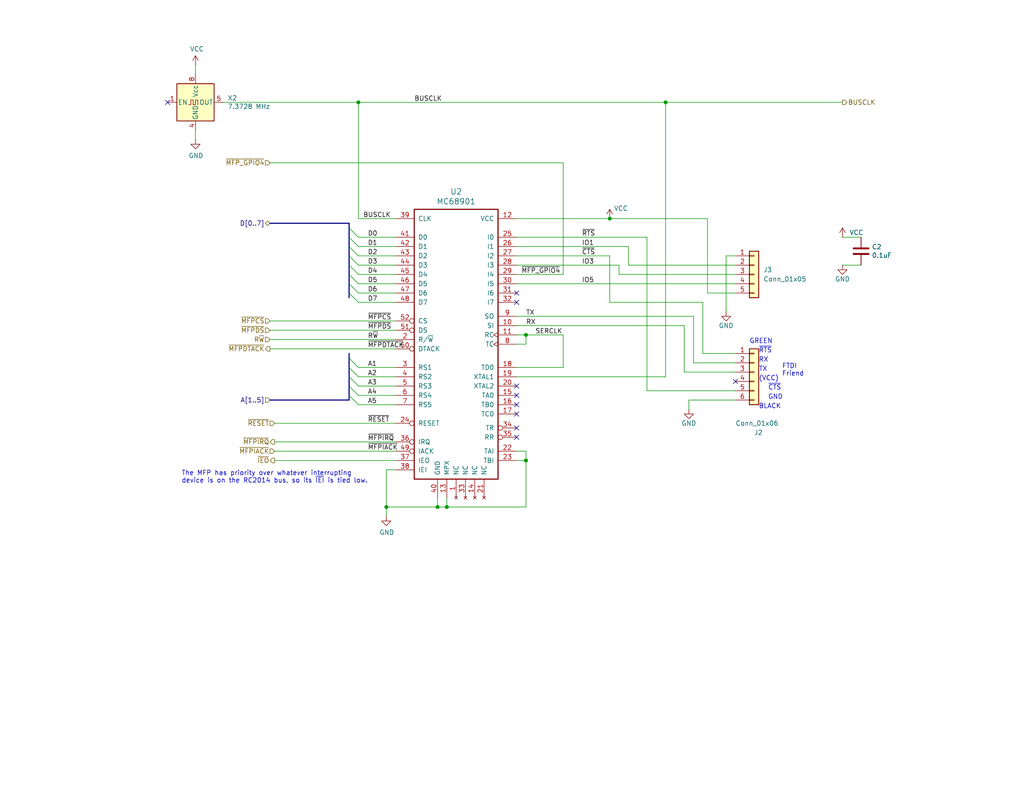
<source format=kicad_sch>
(kicad_sch (version 20231120) (generator "eeschema") (generator_version "8.0")
  (paper "A")
  (title_block (title "BITSY Mark I - An MC68000 Single Board Computer") (date "2025-06-12") (rev "V1B") (comment 1 "Licensed under CC-BY-SA-NC 4.0.") (comment 2 "https://github.com/codesmythe/BITSY_MK_I") (comment 3 "© 2025 Rob Gowin") (comment 4 "BITSY Mark I is a single board computer based around an MC68000 CPU."))
  (lib_symbols
    (symbol "Connector_Generic:Conn_01x05" (pin_names (offset 1.016) hide)
      (property "Reference" "J" (at 0 7.62 0))
      (property "Value" "Conn_01x05" (at 0 -7.62 0))
      (symbol "Conn_01x05_1_1"
        (rectangle (start -1.27 -4.953) (end 0 -5.207) (stroke (width 0.1524)))
        (rectangle (start -1.27 -2.413) (end 0 -2.667) (stroke (width 0.1524)))
        (rectangle (start -1.27 0.127) (end 0 -0.127) (stroke (width 0.1524)))
        (rectangle (start -1.27 2.667) (end 0 2.413) (stroke (width 0.1524)))
        (rectangle (start -1.27 5.207) (end 0 4.953) (stroke (width 0.1524)))
        (rectangle (start -1.27 6.35) (end 1.27 -6.35) (stroke (width 0.254)) (fill (type background)))
        (pin passive line (at -5.08 5.08 0) (length 3.81) (name "Pin_1") (number "1"))
        (pin passive line (at -5.08 2.54 0) (length 3.81) (name "Pin_2") (number "2"))
        (pin passive line (at -5.08 0 0) (length 3.81) (name "Pin_3") (number "3"))
        (pin passive line (at -5.08 -2.54 0) (length 3.81) (name "Pin_4") (number "4"))
        (pin passive line (at -5.08 -5.08 0) (length 3.81) (name "Pin_5") (number "5"))
      )
    )
    (symbol "Connector_Generic:Conn_01x06" (pin_names (offset 1.016) hide)
      (property "Reference" "J" (at 0 7.62 0))
      (property "Value" "Conn_01x06" (at 0 -10.16 0))
      (symbol "Conn_01x06_1_1"
        (rectangle (start -1.27 -7.493) (end 0 -7.747) (stroke (width 0.1524)))
        (rectangle (start -1.27 -4.953) (end 0 -5.207) (stroke (width 0.1524)))
        (rectangle (start -1.27 -2.413) (end 0 -2.667) (stroke (width 0.1524)))
        (rectangle (start -1.27 0.127) (end 0 -0.127) (stroke (width 0.1524)))
        (rectangle (start -1.27 2.667) (end 0 2.413) (stroke (width 0.1524)))
        (rectangle (start -1.27 5.207) (end 0 4.953) (stroke (width 0.1524)))
        (rectangle (start -1.27 6.35) (end 1.27 -8.89) (stroke (width 0.254)) (fill (type background)))
        (pin passive line (at -5.08 5.08 0) (length 3.81) (name "Pin_1") (number "1"))
        (pin passive line (at -5.08 2.54 0) (length 3.81) (name "Pin_2") (number "2"))
        (pin passive line (at -5.08 0 0) (length 3.81) (name "Pin_3") (number "3"))
        (pin passive line (at -5.08 -2.54 0) (length 3.81) (name "Pin_4") (number "4"))
        (pin passive line (at -5.08 -5.08 0) (length 3.81) (name "Pin_5") (number "5"))
        (pin passive line (at -5.08 -7.62 0) (length 3.81) (name "Pin_6") (number "6"))
      )
    )
    (symbol "Device:C" (pin_numbers hide) (pin_names (offset 0.254))
      (property "Reference" "C" (at 0.635 2.54 0))
      (property "Value" "C" (at 0.635 -2.54 0))
      (symbol "C_0_1"
        (polyline (pts (xy -2.032 -0.762) (xy 2.032 -0.762)) (stroke (width 0.508)))
        (polyline (pts (xy -2.032 0.762) (xy 2.032 0.762)) (stroke (width 0.508)))
      )
      (symbol "C_1_1"
        (pin passive line (at 0 3.81 270) (length 2.794) (name "~") (number "1"))
        (pin passive line (at 0 -3.81 90) (length 2.794) (name "~") (number "2"))
      )
    )
    (symbol "MC68901FN:MC68901" (pin_names (offset 1.016))
      (property "Reference" "U" (at -13.97 36.83 0))
      (property "Value" "MC68901" (at 5.08 3.81 0))
      (symbol "MC68901_1_1"
        (rectangle (start -11.43 35.56) (end 11.43 -38.1) (stroke (width 0.3048)))
        (pin no_connect line (at 0 -43.18 90) (length 5.08) (name "NC") (number "1"))
        (pin input line (at 16.51 3.81 180) (length 5.08) (name "SI") (number "10"))
        (pin input clock (at 16.51 1.27 180) (length 5.08) (name "RC") (number "11"))
        (pin power_in line (at 16.51 33.02 180) (length 5.08) (name "VCC") (number "12"))
        (pin input line (at -2.54 -43.18 90) (length 5.08) (name "MPX") (number "13"))
        (pin no_connect line (at 5.08 -43.18 90) (length 5.08) (name "NC") (number "14"))
        (pin output line (at 16.51 -15.24 180) (length 5.08) (name "TA0") (number "15"))
        (pin output line (at 16.51 -17.78 180) (length 5.08) (name "TB0") (number "16"))
        (pin output line (at 16.51 -20.32 180) (length 5.08) (name "TC0") (number "17"))
        (pin output line (at 16.51 -7.62 180) (length 5.08) (name "TD0") (number "18"))
        (pin input line (at 16.51 -10.16 180) (length 5.08) (name "XTAL1") (number "19"))
        (pin input line (at -16.51 0 0) (length 5.08) (name "R/~{W}") (number "2"))
        (pin input line (at 16.51 -12.7 180) (length 5.08) (name "XTAL2") (number "20"))
        (pin no_connect line (at 7.62 -43.18 90) (length 5.08) (name "NC") (number "21"))
        (pin input line (at 16.51 -30.48 180) (length 5.08) (name "TAI") (number "22"))
        (pin input line (at 16.51 -33.02 180) (length 5.08) (name "TBI") (number "23"))
        (pin input inverted (at -16.51 -22.86 0) (length 5.08) (name "RESET") (number "24"))
        (pin tri_state line (at 16.51 27.94 180) (length 5.08) (name "I0") (number "25"))
        (pin tri_state line (at 16.51 25.4 180) (length 5.08) (name "I1") (number "26"))
        (pin tri_state line (at 16.51 22.86 180) (length 5.08) (name "I2") (number "27"))
        (pin tri_state line (at 16.51 20.32 180) (length 5.08) (name "I3") (number "28"))
        (pin tri_state line (at 16.51 17.78 180) (length 5.08) (name "I4") (number "29"))
        (pin input line (at -16.51 -7.62 0) (length 5.08) (name "RS1") (number "3"))
        (pin tri_state line (at 16.51 15.24 180) (length 5.08) (name "I5") (number "30"))
        (pin tri_state line (at 16.51 12.7 180) (length 5.08) (name "I6") (number "31"))
        (pin tri_state line (at 16.51 10.16 180) (length 5.08) (name "I7") (number "32"))
        (pin no_connect line (at 2.54 -43.18 90) (length 5.08) (name "NC") (number "33"))
        (pin output inverted (at 16.51 -24.13 180) (length 5.08) (name "TR") (number "34"))
        (pin output inverted (at 16.51 -26.67 180) (length 5.08) (name "RR") (number "35"))
        (pin open_collector inverted (at -16.51 -27.94 0) (length 5.08) (name "IRQ") (number "36"))
        (pin output line (at -16.51 -33.02 0) (length 5.08) (name "IEO") (number "37"))
        (pin input line (at -16.51 -35.56 0) (length 5.08) (name "IEI") (number "38"))
        (pin input line (at -16.51 33.02 0) (length 5.08) (name "CLK") (number "39"))
        (pin input line (at -16.51 -10.16 0) (length 5.08) (name "RS2") (number "4"))
        (pin power_in line (at -5.08 -43.18 90) (length 5.08) (name "GND") (number "40"))
        (pin tri_state line (at -16.51 27.94 0) (length 5.08) (name "D0") (number "41"))
        (pin tri_state line (at -16.51 25.4 0) (length 5.08) (name "D1") (number "42"))
        (pin tri_state line (at -16.51 22.86 0) (length 5.08) (name "D2") (number "43"))
        (pin tri_state line (at -16.51 20.32 0) (length 5.08) (name "D3") (number "44"))
        (pin tri_state line (at -16.51 17.78 0) (length 5.08) (name "D4") (number "45"))
        (pin tri_state line (at -16.51 15.24 0) (length 5.08) (name "D5") (number "46"))
        (pin tri_state line (at -16.51 12.7 0) (length 5.08) (name "D6") (number "47"))
        (pin tri_state line (at -16.51 10.16 0) (length 5.08) (name "D7") (number "48"))
        (pin input inverted (at -16.51 -30.48 0) (length 5.08) (name "IACK") (number "49"))
        (pin input line (at -16.51 -12.7 0) (length 5.08) (name "RS3") (number "5"))
        (pin tri_state inverted (at -16.51 -2.54 0) (length 5.08) (name "DTACK") (number "50"))
        (pin input inverted (at -16.51 2.54 0) (length 5.08) (name "DS") (number "51"))
        (pin input inverted (at -16.51 5.08 0) (length 5.08) (name "CS") (number "52"))
        (pin input line (at -16.51 -15.24 0) (length 5.08) (name "RS4") (number "6"))
        (pin input line (at -16.51 -17.78 0) (length 5.08) (name "RS5") (number "7"))
        (pin input clock (at 16.51 -1.27 180) (length 5.08) (name "TC") (number "8"))
        (pin output line (at 16.51 6.35 180) (length 5.08) (name "SO") (number "9"))
      )
    )
    (symbol "Oscillator:CXO_DIP8" (pin_names (offset 0.254))
      (property "Reference" "Y" (at -5.08 6.35 0))
      (property "Value" "CXO_DIP8" (at 1.27 -6.35 0))
      (symbol "CXO_DIP8_0_1"
        (rectangle (start -5.08 5.08) (end 5.08 -5.08) (stroke (width 0.254)) (fill (type background)))
        (polyline (pts (xy -1.905 -0.635) (xy -1.27 -0.635) (xy -1.27 0.635) (xy -0.635 0.635) (xy -0.635 -0.635) (xy 0 -0.635) (xy 0 0.635) (xy 0.635 0.635) (xy 0.635 -0.635)))
      )
      (symbol "CXO_DIP8_1_1"
        (pin input line (at -7.62 0 0) (length 2.54) (name "EN") (number "1"))
        (pin power_in line (at 0 -7.62 90) (length 2.54) (name "GND") (number "4"))
        (pin output line (at 7.62 0 180) (length 2.54) (name "OUT") (number "5"))
        (pin power_in line (at 0 7.62 270) (length 2.54) (name "Vcc") (number "8"))
      )
    )
    (symbol "power:GND" (power) (pin_numbers hide) (pin_names (offset 0) hide)
      (property "Value" "GND" (at 0 -3.81 0))
      (symbol "GND_0_1"
        (polyline (pts (xy 0 0) (xy 0 -1.27) (xy 1.27 -1.27) (xy 0 -2.54) (xy -1.27 -1.27) (xy 0 -1.27)))
      )
      (symbol "GND_1_1"
        (pin power_in line (at 0 0 270) (length 0) (name "~") (number "1"))
      )
    )
    (symbol "power:VCC" (power) (pin_numbers hide) (pin_names (offset 0) hide)
      (property "Value" "VCC" (at 0 3.556 0))
      (symbol "VCC_0_1"
        (polyline (pts (xy -0.762 1.27) (xy 0 2.54)))
        (polyline (pts (xy 0 0) (xy 0 2.54)))
        (polyline (pts (xy 0 2.54) (xy 0.762 1.27)))
      )
      (symbol "VCC_1_1"
        (pin power_in line (at 0 0 90) (length 0) (name "~") (number "1"))
      )
    )
  )
  (junction (at 121.92 138.43))
  (junction (at 166.37 59.69))
  (junction (at 181.61 27.94))
  (junction (at 119.38 138.43))
  (junction (at 97.79 27.94))
  (junction (at 105.41 138.43))
  (junction (at 143.51 125.73))
  (junction (at 143.51 91.44))
  (no_connect (at 140.97 119.38))
  (no_connect (at 140.97 113.03))
  (no_connect (at 140.97 80.01))
  (no_connect (at 140.97 110.49))
  (no_connect (at 140.97 107.95))
  (no_connect (at 200.66 104.14))
  (no_connect (at 45.72 27.94))
  (no_connect (at 140.97 116.84))
  (no_connect (at 140.97 105.41))
  (no_connect (at 140.97 82.55))
  (bus_entry (at 95.25 77.47) (size 2.54 2.54))
  (bus_entry (at 95.25 97.79) (size 2.54 2.54))
  (bus_entry (at 95.25 105.41) (size 2.54 2.54))
  (bus_entry (at 95.25 80.01) (size 2.54 2.54))
  (bus_entry (at 95.25 107.95) (size 2.54 2.54))
  (bus_entry (at 95.25 64.77) (size 2.54 2.54))
  (bus_entry (at 95.25 102.87) (size 2.54 2.54))
  (bus_entry (at 95.25 69.85) (size 2.54 2.54))
  (bus_entry (at 95.25 67.31) (size 2.54 2.54))
  (bus_entry (at 95.25 72.39) (size 2.54 2.54))
  (bus_entry (at 95.25 74.93) (size 2.54 2.54))
  (bus_entry (at 95.25 100.33) (size 2.54 2.54))
  (bus_entry (at 95.25 62.23) (size 2.54 2.54))
  (wire (pts (xy 74.93 120.65) (xy 107.95 120.65)))
  (wire (pts (xy 97.79 27.94) (xy 181.61 27.94)))
  (wire (pts (xy 105.41 138.43) (xy 105.41 140.97)))
  (wire (pts (xy 193.04 59.69) (xy 193.04 80.01)))
  (wire (pts (xy 107.95 125.73) (xy 74.93 125.73)))
  (bus (pts (xy 95.25 72.39) (xy 95.25 74.93)))
  (wire (pts (xy 97.79 27.94) (xy 97.79 59.69)))
  (wire (pts (xy 107.95 100.33) (xy 97.79 100.33)))
  (wire (pts (xy 140.97 67.31) (xy 171.45 67.31)))
  (wire (pts (xy 171.45 72.39) (xy 200.66 72.39)))
  (wire (pts (xy 140.97 69.85) (xy 166.37 69.85)))
  (wire (pts (xy 97.79 110.49) (xy 107.95 110.49)))
  (bus (pts (xy 95.25 69.85) (xy 95.25 72.39)))
  (bus (pts (xy 95.25 105.41) (xy 95.25 107.95)))
  (wire (pts (xy 143.51 91.44) (xy 153.67 91.44)))
  (bus (pts (xy 95.25 64.77) (xy 95.25 67.31)))
  (wire (pts (xy 107.95 80.01) (xy 97.79 80.01)))
  (wire (pts (xy 140.97 125.73) (xy 143.51 125.73)))
  (wire (pts (xy 153.67 44.45) (xy 153.67 74.93)))
  (wire (pts (xy 140.97 123.19) (xy 143.51 123.19)))
  (wire (pts (xy 186.69 88.9) (xy 186.69 101.6)))
  (wire (pts (xy 229.87 72.39) (xy 234.95 72.39)))
  (wire (pts (xy 143.51 138.43) (xy 121.92 138.43)))
  (wire (pts (xy 168.91 72.39) (xy 168.91 74.93)))
  (wire (pts (xy 60.96 27.94) (xy 97.79 27.94)))
  (wire (pts (xy 140.97 93.98) (xy 143.51 93.98)))
  (wire (pts (xy 119.38 138.43) (xy 105.41 138.43)))
  (wire (pts (xy 153.67 91.44) (xy 153.67 100.33)))
  (wire (pts (xy 198.12 85.09) (xy 198.12 69.85)))
  (wire (pts (xy 181.61 27.94) (xy 181.61 102.87)))
  (wire (pts (xy 97.79 107.95) (xy 107.95 107.95)))
  (wire (pts (xy 143.51 93.98) (xy 143.51 91.44)))
  (wire (pts (xy 198.12 69.85) (xy 200.66 69.85)))
  (bus (pts (xy 95.25 74.93) (xy 95.25 77.47)))
  (wire (pts (xy 229.87 64.77) (xy 234.95 64.77)))
  (wire (pts (xy 107.95 74.93) (xy 97.79 74.93)))
  (wire (pts (xy 140.97 88.9) (xy 186.69 88.9)))
  (wire (pts (xy 140.97 74.93) (xy 153.67 74.93)))
  (wire (pts (xy 97.79 102.87) (xy 107.95 102.87)))
  (wire (pts (xy 187.96 109.22) (xy 200.66 109.22)))
  (bus (pts (xy 95.25 60.96) (xy 73.66 60.96)))
  (bus (pts (xy 95.25 107.95) (xy 95.25 109.22)))
  (wire (pts (xy 176.53 106.68) (xy 200.66 106.68)))
  (wire (pts (xy 140.97 102.87) (xy 181.61 102.87)))
  (bus (pts (xy 95.25 97.79) (xy 95.25 100.33)))
  (wire (pts (xy 53.34 17.78) (xy 53.34 20.32)))
  (wire (pts (xy 143.51 125.73) (xy 143.51 138.43)))
  (wire (pts (xy 186.69 101.6) (xy 200.66 101.6)))
  (wire (pts (xy 73.66 90.17) (xy 107.95 90.17)))
  (wire (pts (xy 107.95 69.85) (xy 97.79 69.85)))
  (wire (pts (xy 140.97 100.33) (xy 153.67 100.33)))
  (wire (pts (xy 140.97 77.47) (xy 200.66 77.47)))
  (wire (pts (xy 181.61 27.94) (xy 229.87 27.94)))
  (wire (pts (xy 143.51 123.19) (xy 143.51 125.73)))
  (wire (pts (xy 189.23 99.06) (xy 200.66 99.06)))
  (bus (pts (xy 95.25 67.31) (xy 95.25 69.85)))
  (bus (pts (xy 95.25 60.96) (xy 95.25 62.23)))
  (wire (pts (xy 107.95 128.27) (xy 105.41 128.27)))
  (wire (pts (xy 140.97 59.69) (xy 166.37 59.69)))
  (wire (pts (xy 107.95 105.41) (xy 97.79 105.41)))
  (wire (pts (xy 119.38 135.89) (xy 119.38 138.43)))
  (wire (pts (xy 191.77 96.52) (xy 200.66 96.52)))
  (wire (pts (xy 193.04 80.01) (xy 200.66 80.01)))
  (wire (pts (xy 140.97 64.77) (xy 176.53 64.77)))
  (wire (pts (xy 107.95 67.31) (xy 97.79 67.31)))
  (wire (pts (xy 74.93 123.19) (xy 107.95 123.19)))
  (wire (pts (xy 176.53 64.77) (xy 176.53 106.68)))
  (wire (pts (xy 187.96 109.22) (xy 187.96 111.76)))
  (wire (pts (xy 140.97 91.44) (xy 143.51 91.44)))
  (wire (pts (xy 189.23 86.36) (xy 189.23 99.06)))
  (bus (pts (xy 95.25 62.23) (xy 95.25 64.77)))
  (wire (pts (xy 171.45 67.31) (xy 171.45 72.39)))
  (bus (pts (xy 95.25 102.87) (xy 95.25 105.41)))
  (bus (pts (xy 95.25 77.47) (xy 95.25 80.01)))
  (wire (pts (xy 140.97 72.39) (xy 168.91 72.39)))
  (wire (pts (xy 73.66 87.63) (xy 107.95 87.63)))
  (wire (pts (xy 73.66 92.71) (xy 107.95 92.71)))
  (wire (pts (xy 107.95 72.39) (xy 97.79 72.39)))
  (bus (pts (xy 95.25 100.33) (xy 95.25 102.87)))
  (wire (pts (xy 121.92 138.43) (xy 119.38 138.43)))
  (wire (pts (xy 73.66 95.25) (xy 107.95 95.25)))
  (wire (pts (xy 140.97 86.36) (xy 189.23 86.36)))
  (wire (pts (xy 107.95 64.77) (xy 97.79 64.77)))
  (wire (pts (xy 107.95 77.47) (xy 97.79 77.47)))
  (wire (pts (xy 53.34 35.56) (xy 53.34 38.1)))
  (wire (pts (xy 166.37 69.85) (xy 166.37 82.55)))
  (wire (pts (xy 97.79 59.69) (xy 107.95 59.69)))
  (wire (pts (xy 74.93 115.57) (xy 107.95 115.57)))
  (wire (pts (xy 73.66 44.45) (xy 153.67 44.45)))
  (bus (pts (xy 95.25 96.52) (xy 95.25 97.79)))
  (wire (pts (xy 166.37 82.55) (xy 191.77 82.55)))
  (wire (pts (xy 166.37 59.69) (xy 193.04 59.69)))
  (wire (pts (xy 191.77 82.55) (xy 191.77 96.52)))
  (wire (pts (xy 107.95 82.55) (xy 97.79 82.55)))
  (bus (pts (xy 95.25 80.01) (xy 95.25 81.28)))
  (wire (pts (xy 121.92 135.89) (xy 121.92 138.43)))
  (bus (pts (xy 95.25 109.22) (xy 73.66 109.22)))
  (wire (pts (xy 168.91 74.93) (xy 200.66 74.93)))
  (wire (pts (xy 105.41 128.27) (xy 105.41 138.43)))
  (text "(VCC)" (at 207.01 104.14 0) (effects (font (size 1.27 1.27)) (justify left bottom)))
  (text "FTDI\nFriend" (at 213.36 102.87 0) (effects (font (size 1.27 1.27)) (justify left bottom)))
  (text "BLACK" (at 207.01 111.76 0) (effects (font (size 1.27 1.27)) (justify left bottom)))
  (text "~{CTS}" (at 209.55 106.68 0) (effects (font (size 1.27 1.27)) (justify left bottom)))
  (text "~{RTS}" (at 207.01 96.52 0) (effects (font (size 1.27 1.27)) (justify left bottom)))
  (text "RX" (at 207.01 99.06 0) (effects (font (size 1.27 1.27)) (justify left bottom)))
  (text "GND" (at 209.55 109.22 0) (effects (font (size 1.27 1.27)) (justify left bottom)))
  (text "GREEN" (at 204.47 93.98 0) (effects (font (size 1.27 1.27)) (justify left bottom)))
  (text "The MFP has priority over whatever interrupting\ndevice is on the RC2014 bus, so its ~{IEI} is tied low." (at 49.53 132.08 0) (effects (font (size 1.27 1.27)) (justify left bottom)))
  (text "TX" (at 207.01 101.6 0) (effects (font (size 1.27 1.27)) (justify left bottom)))
  (label "D0" (at 100.33 64.77 0))
  (label "A5" (at 100.33 110.49 0))
  (label "A2" (at 100.33 102.87 0))
  (label "~{CTS}" (at 158.75 69.85 0))
  (label "D1" (at 100.33 67.31 0))
  (label "IO5" (at 158.75 77.47 0))
  (label "~{RESET}" (at 100.33 115.57 0))
  (label "A1" (at 100.33 100.33 0))
  (label "BUSCLK" (at 113.03 27.94 0))
  (label "D4" (at 100.33 74.93 0))
  (label "~{MFPDTACK}" (at 100.33 95.25 0))
  (label "~{MFPCS}" (at 100.33 87.63 0))
  (label "A4" (at 100.33 107.95 0))
  (label "~{MFPIRQ}" (at 100.33 120.65 0))
  (label "~{MFPIACK}" (at 100.33 123.19 0))
  (label "RX" (at 143.51 88.9 0))
  (label "R~{W}" (at 100.33 92.71 0))
  (label "D6" (at 100.33 80.01 0))
  (label "D7" (at 100.33 82.55 0))
  (label "~{RTS}" (at 158.75 64.77 0))
  (label "D3" (at 100.33 72.39 0))
  (label "~{MFP_GPIO4}" (at 142.24 74.93 0))
  (label "D2" (at 100.33 69.85 0))
  (label "A3" (at 100.33 105.41 0))
  (label "TX" (at 143.51 86.36 0))
  (label "SERCLK" (at 146.05 91.44 0))
  (label "IO1" (at 158.75 67.31 0))
  (label "BUSCLK" (at 99.06 59.69 0))
  (label "~{MFPDS}" (at 100.33 90.17 0))
  (label "D5" (at 100.33 77.47 0))
  (label "IO3" (at 158.75 72.39 0))
  (hierarchical_label "~{MFP_GPIO4}" (shape input) (at 73.66 44.45 180))
  (hierarchical_label "~{MFPIRQ}" (shape output) (at 74.93 120.65 180))
  (hierarchical_label "R~{W}" (shape input) (at 73.66 92.71 180))
  (hierarchical_label "~{MFPIACK}" (shape input) (at 74.93 123.19 180))
  (hierarchical_label "~{IEO}" (shape output) (at 74.93 125.73 180))
  (hierarchical_label "~{RESET}" (shape input) (at 74.93 115.57 180))
  (hierarchical_label "~{MFPDS}" (shape input) (at 73.66 90.17 180))
  (hierarchical_label "~{MFPDTACK}" (shape output) (at 73.66 95.25 180))
  (hierarchical_label "D[0..7]" (shape bidirectional) (at 73.66 60.96 180))
  (hierarchical_label "BUSCLK" (shape output) (at 229.87 27.94 0))
  (hierarchical_label "A[1..5]" (shape input) (at 73.66 109.22 180))
  (hierarchical_label "~{MFPCS}" (shape input) (at 73.66 87.63 180))
  (symbol (lib_id "power:GND") (at 105.41 140.97 0) (unit 1)
    (property "Reference" "#PWR0127" (effects (hide yes)))
    (property "Value" "GND" (at 105.537 145.3642 0))
    (property "Description" "Power symbol creates a global label with name \"GND\" , ground" (effects (hide yes)))
  )
  (symbol (lib_id "MC68901FN:MC68901") (at 124.46 92.71 0) (unit 1)
    (property "Reference" "U2" (at 124.46 52.324 0) (effects (font (size 1.524 1.524))))
    (property "Value" "MC68901" (at 124.46 55.0164 0) (effects (font (size 1.524 1.524))))
    (property "Footprint" "Package_LCC:PLCC-52_THT-Socket" (effects (hide yes)))
    (property "Description" "TS68HC901 Multi Function Peripheral (MFP) chip in PLCC-52" (effects (hide yes)))
    (property "PartNum00" "TS68HC901CFN8B" (effects (hide yes)))
    (property "PartNum01" "575-945224" (effects (hide yes)))
    (property "PartVendor00" "eBay" (effects (hide yes)))
    (property "PartVendor01" "Mouser" (effects (hide yes)))
  )
  (symbol (lib_id "power:GND") (at 229.87 72.39 0) (unit 1)
    (property "Reference" "#PWR0117" (effects (hide yes)))
    (property "Value" "GND" (at 229.87 76.2 0))
    (property "Description" "Power symbol creates a global label with name \"GND\" , ground" (effects (hide yes)))
  )
  (symbol (lib_id "Device:C") (at 234.95 68.58 0) (unit 1)
    (property "Reference" "C2" (at 237.871 67.4116 0) (effects (justify left)))
    (property "Value" "0.1uF" (at 237.871 69.723 0) (effects (justify left)))
    (property "Footprint" "Capacitor_THT:C_Rect_L7.0mm_W2.0mm_P5.00mm" (effects (hide yes)))
    (property "Description" "0.1 uF, MLCC, 5 mm Pitch" (effects (hide yes)))
    (property "PartNum00" "594-K104K15X7RF5TH5" (effects (hide yes)))
    (property "PartVendor00" "Mouser" (effects (hide yes)))
  )
  (symbol (lib_id "power:VCC") (at 229.87 64.77 0) (unit 1)
    (property "Reference" "#PWR0118" (effects (hide yes)))
    (property "Value" "VCC" (at 233.68 63.5 0))
    (property "Description" "Power symbol creates a global label with name \"VCC\"" (effects (hide yes)))
  )
  (symbol (lib_id "Connector_Generic:Conn_01x06") (at 205.74 101.6 0) (unit 1)
    (property "Reference" "J2" (at 205.74 118.11 0) (effects (justify left)))
    (property "Value" "Conn_01x06" (at 200.66 115.57 0) (effects (justify left)))
    (property "Footprint" "Connector_PinHeader_2.54mm:PinHeader_1x06_P2.54mm_Vertical" (effects (hide yes)))
    (property "Description" "1x6 right angle pin header" (effects (hide yes)))
    (property "PartNum00" "737-PH1RB-06-UA" (effects (hide yes)))
    (property "PartVendor00" "Mouser" (effects (hide yes)))
  )
  (symbol (lib_id "power:GND") (at 187.96 111.76 0) (unit 1)
    (property "Reference" "#PWR0131" (effects (hide yes)))
    (property "Value" "GND" (at 187.96 115.57 0))
    (property "Description" "Power symbol creates a global label with name \"GND\" , ground" (effects (hide yes)))
  )
  (symbol (lib_id "Oscillator:CXO_DIP8") (at 53.34 27.94 0) (unit 1)
    (property "Reference" "X2" (at 62.0776 26.7716 0) (effects (justify left)))
    (property "Value" "7.3728 MHz" (at 62.0776 29.083 0) (effects (justify left)))
    (property "Footprint" "Oscillator:Oscillator_DIP-8" (effects (hide yes)))
    (property "Datasheet" "http://cdn-reichelt.de/documents/datenblatt/B400/OSZI.pdf" (effects (hide yes)))
    (property "Description" "7.3278 MHz can oscillator in 8-pin DIP" (effects (hide yes)))
    (property "PartNum00" "774-MXO45HS-3C-7.3" (effects (hide yes)))
    (property "PartNum01" "535-1108800" (effects (hide yes)))
    (property "PartVendor00" "Mouser" (effects (hide yes)))
    (property "PartVendor01" "Mouser" (effects (hide yes)))
  )
  (symbol (lib_id "power:GND") (at 53.34 38.1 0) (unit 1)
    (property "Reference" "#PWR0156" (effects (hide yes)))
    (property "Value" "GND" (at 53.467 42.4942 0))
    (property "Description" "Power symbol creates a global label with name \"GND\" , ground" (effects (hide yes)))
  )
  (symbol (lib_id "power:VCC") (at 53.34 17.78 0) (unit 1)
    (property "Reference" "#PWR0162" (effects (hide yes)))
    (property "Value" "VCC" (at 53.721 13.3858 0))
    (property "Description" "Power symbol creates a global label with name \"VCC\"" (effects (hide yes)))
  )
  (symbol (lib_id "power:VCC") (at 166.37 59.69 0) (unit 1)
    (property "Reference" "#PWR8" (effects (hide yes)))
    (property "Value" "VCC" (at 169.418 56.896 0))
    (property "Description" "Power symbol creates a global label with name \"VCC\"" (effects (hide yes)))
  )
  (symbol (lib_id "Connector_Generic:Conn_01x05") (at 205.74 74.93 0) (unit 1)
    (property "Reference" "J3" (at 208.28 73.66 0) (effects (justify left)))
    (property "Value" "Conn_01x05" (at 208.28 76.2 0) (effects (justify left)))
    (property "Footprint" "Connector_PinHeader_2.54mm:PinHeader_1x05_P2.54mm_Vertical" (effects (hide yes)))
    (property "Description" "1x5 right angle pin header" (effects (hide yes)))
    (property "PartNum00" "737-PH1RB-05-UA" (effects (hide yes)))
    (property "PartVendor00" "Mouser" (effects (hide yes)))
  )
  (symbol (lib_id "power:GND") (at 198.12 85.09 0) (unit 1)
    (property "Reference" "#PWR7" (effects (hide yes)))
    (property "Value" "GND" (at 198.12 88.9 0))
    (property "Description" "Power symbol creates a global label with name \"GND\" , ground" (effects (hide yes)))
  )
)
</source>
